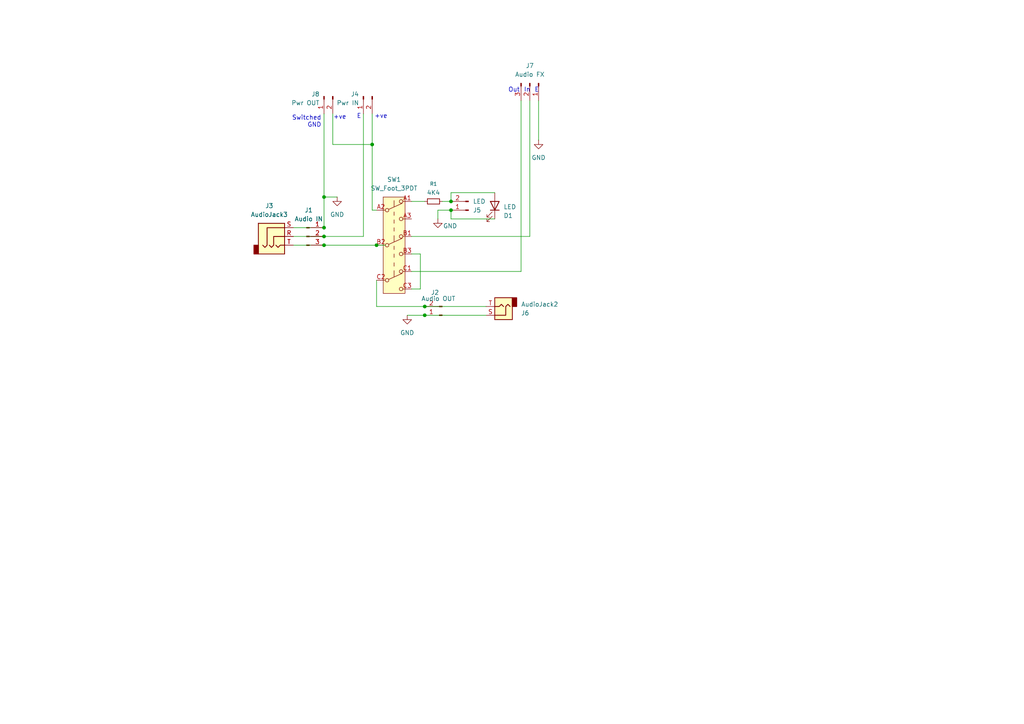
<source format=kicad_sch>
(kicad_sch (version 20250114) (generator "eeschema") (generator_version "9.0")
  (paper "A4")
  (lib_symbols
    (symbol "Connector:Conn_01x02_Pin" (pin_names (offset 1.016) (hide yes))
      (property "Reference" "J" (at 0 2.54 0))
      (property "Value" "Conn_01x02_Pin" (at 0 -5.08 0))
      (symbol "Conn_01x02_Pin_1_1"
        (rectangle (start 0.8636 0.127) (end 0 -0.127) (stroke (width 0.1524)) (fill (type outline)))
        (rectangle (start 0.8636 -2.413) (end 0 -2.667) (stroke (width 0.1524)) (fill (type outline)))
        (polyline (pts (xy 1.27 0) (xy 0.8636 0)) (stroke (width 0.1524)))
        (polyline (pts (xy 1.27 -2.54) (xy 0.8636 -2.54)) (stroke (width 0.1524)))
        (pin passive line (at 5.08 0 180) (length 3.81) (name "Pin_1") (number "1"))
        (pin passive line (at 5.08 -2.54 180) (length 3.81) (name "Pin_2") (number "2"))
      )
    )
    (symbol "Connector:Conn_01x03_Pin" (pin_names (offset 1.016) (hide yes))
      (property "Reference" "J" (at 0 5.08 0))
      (property "Value" "Conn_01x03_Pin" (at 0 -5.08 0))
      (symbol "Conn_01x03_Pin_1_1"
        (rectangle (start 0.8636 2.667) (end 0 2.413) (stroke (width 0.1524)) (fill (type outline)))
        (rectangle (start 0.8636 0.127) (end 0 -0.127) (stroke (width 0.1524)) (fill (type outline)))
        (rectangle (start 0.8636 -2.413) (end 0 -2.667) (stroke (width 0.1524)) (fill (type outline)))
        (polyline (pts (xy 1.27 2.54) (xy 0.8636 2.54)) (stroke (width 0.1524)))
        (polyline (pts (xy 1.27 0) (xy 0.8636 0)) (stroke (width 0.1524)))
        (polyline (pts (xy 1.27 -2.54) (xy 0.8636 -2.54)) (stroke (width 0.1524)))
        (pin passive line (at 5.08 2.54 180) (length 3.81) (name "Pin_1") (number "1"))
        (pin passive line (at 5.08 0 180) (length 3.81) (name "Pin_2") (number "2"))
        (pin passive line (at 5.08 -2.54 180) (length 3.81) (name "Pin_3") (number "3"))
      )
    )
    (symbol "Connector_Audio:AudioJack2"
      (property "Reference" "J" (at 0 8.89 0))
      (property "Value" "AudioJack2" (at 0 6.35 0))
      (symbol "AudioJack2_0_1"
        (rectangle (start -3.81 0) (end -2.54 -2.54) (stroke (width 0.254)) (fill (type outline)))
        (rectangle (start -2.54 3.81) (end 2.54 -2.54) (stroke (width 0.254)) (fill (type background)))
        (polyline (pts (xy 0 0) (xy 0.635 -0.635) (xy 1.27 0) (xy 2.54 0)) (stroke (width 0.254)))
        (polyline (pts (xy 2.54 2.54) (xy -0.635 2.54) (xy -0.635 0) (xy -1.27 -0.635) (xy -1.905 0)) (stroke (width 0.254)))
      )
      (symbol "AudioJack2_1_1"
        (pin passive line (at 5.08 2.54 180) (length 2.54) (name "~") (number "S"))
        (pin passive line (at 5.08 0 180) (length 2.54) (name "~") (number "T"))
      )
    )
    (symbol "Connector_Audio:AudioJack3"
      (property "Reference" "J" (at 0 8.89 0))
      (property "Value" "AudioJack3" (at 0 6.35 0))
      (symbol "AudioJack3_0_1"
        (rectangle (start -5.08 -5.08) (end -6.35 -2.54) (stroke (width 0.254)) (fill (type outline)))
        (polyline (pts (xy -1.905 -2.54) (xy -1.27 -3.175) (xy -0.635 -2.54) (xy -0.635 0) (xy 2.54 0)) (stroke (width 0.254)))
        (polyline (pts (xy 0 -2.54) (xy 0.635 -3.175) (xy 1.27 -2.54) (xy 2.54 -2.54)) (stroke (width 0.254)))
        (rectangle (start 2.54 3.81) (end -5.08 -5.08) (stroke (width 0.254)) (fill (type background)))
        (polyline (pts (xy 2.54 2.54) (xy -2.54 2.54) (xy -2.54 -2.54) (xy -3.175 -3.175) (xy -3.81 -2.54)) (stroke (width 0.254)))
      )
      (symbol "AudioJack3_1_1"
        (pin passive line (at 5.08 2.54 180) (length 2.54) (name "~") (number "S"))
        (pin passive line (at 5.08 0 180) (length 2.54) (name "~") (number "R"))
        (pin passive line (at 5.08 -2.54 180) (length 2.54) (name "~") (number "T"))
      )
    )
    (symbol "Device:LED" (pin_numbers (hide yes)) (pin_names (offset 1.016) (hide yes))
      (property "Reference" "D" (at 0 2.54 0))
      (property "Value" "LED" (at 0 -2.54 0))
      (symbol "LED_0_1"
        (polyline (pts (xy -3.048 -0.762) (xy -4.572 -2.286) (xy -3.81 -2.286) (xy -4.572 -2.286) (xy -4.572 -1.524)))
        (polyline (pts (xy -1.778 -0.762) (xy -3.302 -2.286) (xy -2.54 -2.286) (xy -3.302 -2.286) (xy -3.302 -1.524)))
        (polyline (pts (xy -1.27 0) (xy 1.27 0)))
        (polyline (pts (xy -1.27 -1.27) (xy -1.27 1.27)) (stroke (width 0.254)))
        (polyline (pts (xy 1.27 -1.27) (xy 1.27 1.27) (xy -1.27 0) (xy 1.27 -1.27)) (stroke (width 0.254)))
      )
      (symbol "LED_1_1"
        (pin passive line (at -3.81 0 0) (length 2.54) (name "K") (number "1"))
        (pin passive line (at 3.81 0 180) (length 2.54) (name "A") (number "2"))
      )
    )
    (symbol "Device:R_Small" (pin_numbers (hide yes)) (pin_names (offset 0.254) (hide yes))
      (property "Reference" "R" (at 0 0 90))
      (property "Value" "R_Small" (at 1.778 0 90))
      (symbol "R_Small_0_1"
        (rectangle (start -0.762 1.778) (end 0.762 -1.778) (stroke (width 0.2032)))
      )
      (symbol "R_Small_1_1"
        (pin passive line (at 0 2.54 270) (length 0.762) (name "~") (number "1"))
        (pin passive line (at 0 -2.54 90) (length 0.762) (name "~") (number "2"))
      )
    )
    (symbol "FS:SW_Foot_3PDT" (pin_names (offset 0) (hide yes))
      (property "Reference" "SW" (at 0 10.16 0))
      (property "Value" "SW_Foot_3PDT" (at -0.254 -20.828 0))
      (symbol "SW_Foot_3PDT_0_0"
        (circle (center -2.032 5.08) (radius 0.508))
        (circle (center -2.032 -5.08) (radius 0.508))
        (circle (center -2.032 -15.24) (radius 0.508))
        (circle (center 2.032 2.54) (radius 0.508))
        (circle (center 2.032 -7.62) (radius 0.508))
        (circle (center 2.032 -17.78) (radius 0.508))
      )
      (symbol "SW_Foot_3PDT_0_1"
        (polyline (pts (xy -1.524 5.334) (xy 2.3368 7.0612)))
        (polyline (pts (xy -1.524 -4.826) (xy 2.3368 -3.0988)))
        (polyline (pts (xy -1.524 -14.986) (xy 2.3368 -13.2588)))
        (polyline (pts (xy 0 7.874) (xy 0 6.096)))
        (polyline (pts (xy 0 3.556) (xy 0 4.572)))
        (polyline (pts (xy 0 1.27) (xy 0 2.286)))
        (polyline (pts (xy 0 -1.016) (xy 0 0)))
        (polyline (pts (xy 0 -2.286) (xy 0 -4.064)))
        (polyline (pts (xy 0 -6.35) (xy 0 -5.334)))
        (polyline (pts (xy 0 -8.636) (xy 0 -7.62)))
        (polyline (pts (xy 0 -11.176) (xy 0 -10.16)))
        (polyline (pts (xy 0 -12.446) (xy 0 -14.224)))
        (circle (center 2.032 7.62) (radius 0.508))
        (circle (center 2.032 -2.54) (radius 0.508))
        (circle (center 2.032 -12.7) (radius 0.508))
      )
      (symbol "SW_Foot_3PDT_1_1"
        (rectangle (start -3.175 8.89) (end 3.175 -19.05) (fill (type background)))
        (pin passive line (at -5.08 5.08 0) (length 2.54) (name "B") (number "A2"))
        (pin passive line (at -5.08 -5.08 0) (length 2.54) (name "B") (number "B2"))
        (pin passive line (at -5.08 -15.24 0) (length 2.54) (name "B") (number "C2"))
        (pin passive line (at 5.08 7.62 180) (length 2.54) (name "A") (number "A1"))
        (pin passive line (at 5.08 2.54 180) (length 2.54) (name "C") (number "A3"))
        (pin passive line (at 5.08 -2.54 180) (length 2.54) (name "A") (number "B1"))
        (pin passive line (at 5.08 -7.62 180) (length 2.54) (name "C") (number "B3"))
        (pin passive line (at 5.08 -12.7 180) (length 2.54) (name "A") (number "C1"))
        (pin passive line (at 5.08 -17.78 180) (length 2.54) (name "C") (number "C3"))
      )
    )
    (symbol "power:GND" (power) (pin_numbers (hide yes)) (pin_names (offset 0) (hide yes))
      (property "Value" "GND" (at 0 -3.81 0))
      (symbol "GND_0_1"
        (polyline (pts (xy 0 0) (xy 0 -1.27) (xy 1.27 -1.27) (xy 0 -2.54) (xy -1.27 -1.27) (xy 0 -1.27)))
      )
      (symbol "GND_1_1"
        (pin power_in line (at 0 0 270) (length 0) (name "~") (number "1"))
      )
    )
  )
  (text "+ve" (at 98.552 34.036 0) (effects (font (size 1.27 1.27))))
  (text "E" (at 155.702 26.162 0) (effects (font (size 1.27 1.27))))
  (text "Switched\nGND" (at 93.218 35.306 0) (effects (font (size 1.27 1.27)) (justify right)))
  (text "E" (at 104.14 33.782 0) (effects (font (size 1.27 1.27))))
  (text "+ve" (at 110.49 33.782 0) (effects (font (size 1.27 1.27))))
  (text "Out" (at 149.098 26.162 0) (effects (font (size 1.27 1.27))))
  (text "In" (at 152.908 26.162 0) (effects (font (size 1.27 1.27))))
  (junction (at 123.19 88.9))
  (junction (at 109.22 71.12))
  (junction (at 123.19 91.44))
  (junction (at 130.81 60.96))
  (junction (at 107.95 41.91))
  (junction (at 93.98 71.12))
  (junction (at 130.81 58.42))
  (junction (at 93.98 66.04))
  (junction (at 93.98 68.58))
  (junction (at 93.98 57.15))
  (wire (pts (xy 121.92 83.82) (xy 119.38 83.82)))
  (wire (pts (xy 123.19 91.44) (xy 140.97 91.44)))
  (wire (pts (xy 151.13 29.21) (xy 151.13 78.74)))
  (wire (pts (xy 130.81 60.96) (xy 127 60.96)))
  (wire (pts (xy 107.95 33.02) (xy 107.95 41.91)))
  (wire (pts (xy 128.27 58.42) (xy 130.81 58.42)))
  (wire (pts (xy 156.21 29.21) (xy 156.21 40.64)))
  (wire (pts (xy 130.81 55.88) (xy 143.51 55.88)))
  (wire (pts (xy 105.41 68.58) (xy 93.98 68.58)))
  (wire (pts (xy 107.95 60.96) (xy 109.22 60.96)))
  (wire (pts (xy 111.76 71.12) (xy 109.22 71.12)))
  (wire (pts (xy 130.81 60.96) (xy 130.81 63.5)))
  (wire (pts (xy 85.09 66.04) (xy 93.98 66.04)))
  (wire (pts (xy 118.11 91.44) (xy 123.19 91.44)))
  (wire (pts (xy 96.52 41.91) (xy 107.95 41.91)))
  (wire (pts (xy 123.19 88.9) (xy 140.97 88.9)))
  (wire (pts (xy 121.92 73.66) (xy 121.92 83.82)))
  (wire (pts (xy 119.38 68.58) (xy 153.67 68.58)))
  (wire (pts (xy 93.98 71.12) (xy 109.22 71.12)))
  (wire (pts (xy 96.52 33.02) (xy 96.52 41.91)))
  (wire (pts (xy 127 60.96) (xy 127 63.5)))
  (wire (pts (xy 85.09 71.12) (xy 93.98 71.12)))
  (wire (pts (xy 119.38 58.42) (xy 123.19 58.42)))
  (wire (pts (xy 130.81 63.5) (xy 143.51 63.5)))
  (wire (pts (xy 119.38 73.66) (xy 121.92 73.66)))
  (wire (pts (xy 105.41 33.02) (xy 105.41 68.58)))
  (wire (pts (xy 107.95 41.91) (xy 107.95 60.96)))
  (wire (pts (xy 93.98 33.02) (xy 93.98 57.15)))
  (wire (pts (xy 93.98 57.15) (xy 93.98 66.04)))
  (wire (pts (xy 130.81 58.42) (xy 130.81 55.88)))
  (wire (pts (xy 109.22 88.9) (xy 123.19 88.9)))
  (wire (pts (xy 93.98 57.15) (xy 97.79 57.15)))
  (wire (pts (xy 109.22 88.9) (xy 109.22 81.28)))
  (wire (pts (xy 85.09 68.58) (xy 93.98 68.58)))
  (wire (pts (xy 153.67 29.21) (xy 153.67 68.58)))
  (wire (pts (xy 119.38 78.74) (xy 151.13 78.74)))
  (symbol (lib_id "Connector:Conn_01x02_Pin") (at 93.98 27.94 90) (mirror x) (unit 1)
    (property "Reference" "J8" (at 92.71 27.3049 90) (effects (justify left)))
    (property "Value" "Pwr OUT" (at 92.71 29.8449 90) (effects (justify left)))
    (property "Footprint" "Connector_Molex:Molex_KK-254_AE-6410-02A_1x02_P2.54mm_Vertical" (effects (hide yes)))
    (property "Description" "Generic connector, single row, 01x02, script generated" (effects (hide yes)))
  )
  (symbol (lib_id "Connector:Conn_01x02_Pin") (at 128.27 91.44 180) (unit 1)
    (property "Reference" "J2" (at 124.968 84.836 0) (effects (justify right)))
    (property "Value" "Audio OUT" (at 122.174 86.614 0) (effects (justify right)))
    (property "Footprint" "Connector_Molex:Molex_KK-254_AE-6410-02A_1x02_P2.54mm_Vertical" (effects (hide yes)))
    (property "Description" "Generic connector, single row, 01x02, script generated" (effects (hide yes)))
  )
  (symbol (lib_id "Connector:Conn_01x03_Pin") (at 153.67 24.13 270) (unit 1)
    (property "Reference" "J7" (at 153.67 19.05 90))
    (property "Value" "Audio FX" (at 153.67 21.59 90))
    (property "Footprint" "Connector_Molex:Molex_KK-254_AE-6410-03A_1x03_P2.54mm_Vertical" (effects (hide yes)))
    (property "Description" "Generic connector, single row, 01x03, script generated" (effects (hide yes)))
  )
  (symbol (lib_id "Connector_Audio:AudioJack2") (at 146.05 88.9 180) (unit 1) (on_board no)
    (property "Reference" "J6" (at 151.13 90.8051 0) (effects (justify right)))
    (property "Value" "AudioJack2" (at 151.13 88.2651 0) (effects (justify right)))
    (property "Description" "Audio Jack, 2 Poles (Mono / TS)" (effects (hide yes)))
  )
  (symbol (lib_id "Connector:Conn_01x03_Pin") (at 88.9 68.58 0) (unit 1)
    (property "Reference" "J1" (at 89.535 60.96 0))
    (property "Value" "Audio IN" (at 89.535 63.5 0))
    (property "Footprint" "Connector_Molex:Molex_KK-254_AE-6410-03A_1x03_P2.54mm_Vertical" (effects (hide yes)))
    (property "Description" "Generic connector, single row, 01x03, script generated" (effects (hide yes)))
  )
  (symbol (lib_id "Device:LED") (at 143.51 59.69 270) (mirror x) (unit 1) (on_board no)
    (property "Reference" "D1" (at 146.05 62.5476 90) (effects (justify left)))
    (property "Value" "LED" (at 146.05 60.0076 90) (effects (justify left)))
    (property "Description" "Light emitting diode" (effects (hide yes)))
    (property "Sim.Pins" "1=K 2=A" (effects (hide yes)))
  )
  (symbol (lib_id "Connector_Audio:AudioJack3") (at 80.01 68.58 0) (unit 1) (on_board no)
    (property "Reference" "J3" (at 78.105 59.69 0))
    (property "Value" "AudioJack3" (at 78.105 62.23 0))
    (property "Description" "Audio Jack, 3 Poles (Stereo / TRS)" (effects (hide yes)))
  )
  (symbol (lib_id "FS:SW_Foot_3PDT") (at 114.3 66.04 0) (unit 1)
    (property "Reference" "SW1" (at 114.3 52.07 0))
    (property "Value" "SW_Foot_3PDT" (at 114.3 54.61 0))
    (property "Footprint" "Griffin:3PDT_FS" (effects (hide yes)))
    (property "Description" "Latching Switch, triple pole double throw" (effects (hide yes)))
  )
  (symbol (lib_id "power:GND") (at 97.79 57.15 0) (unit 1)
    (property "Reference" "#PWR01" (effects (hide yes)))
    (property "Value" "GND" (at 97.79 62.23 0))
    (property "Description" "Power symbol creates a global label with name \"GND\" , ground" (effects (hide yes)))
  )
  (symbol (lib_id "power:GND") (at 118.11 91.44 0) (unit 1)
    (property "Reference" "#PWR02" (effects (hide yes)))
    (property "Value" "GND" (at 118.11 96.52 0))
    (property "Description" "Power symbol creates a global label with name \"GND\" , ground" (effects (hide yes)))
  )
  (symbol (lib_id "Connector:Conn_01x02_Pin") (at 105.41 27.94 90) (mirror x) (unit 1)
    (property "Reference" "J4" (at 104.14 27.3049 90) (effects (justify left)))
    (property "Value" "Pwr IN" (at 104.14 29.8449 90) (effects (justify left)))
    (property "Footprint" "Connector_Molex:Molex_KK-254_AE-6410-02A_1x02_P2.54mm_Vertical" (effects (hide yes)))
    (property "Description" "Generic connector, single row, 01x02, script generated" (effects (hide yes)))
  )
  (symbol (lib_id "Device:R_Small") (at 125.73 58.42 90) (unit 1)
    (property "Reference" "R1" (at 125.73 53.34 90) (effects (font (size 1.016 1.016))))
    (property "Value" "4K4" (at 125.73 55.88 90))
    (property "Footprint" "Resistor_THT:R_Axial_DIN0207_L6.3mm_D2.5mm_P10.16mm_Horizontal" (effects (hide yes)))
    (property "Description" "Resistor, small symbol" (effects (hide yes)))
  )
  (symbol (lib_id "power:GND") (at 127 63.5 0) (unit 1)
    (property "Reference" "#PWR03" (effects (hide yes)))
    (property "Value" "GND" (at 130.556 65.532 0))
    (property "Description" "Power symbol creates a global label with name \"GND\" , ground" (effects (hide yes)))
  )
  (symbol (lib_id "power:GND") (at 156.21 40.64 0) (unit 1)
    (property "Reference" "#PWR04" (effects (hide yes)))
    (property "Value" "GND" (at 156.21 45.72 0))
    (property "Description" "Power symbol creates a global label with name \"GND\" , ground" (effects (hide yes)))
  )
  (symbol (lib_id "Connector:Conn_01x02_Pin") (at 135.89 60.96 180) (unit 1)
    (property "Reference" "J5" (at 137.16 60.9601 0) (effects (justify right)))
    (property "Value" "LED" (at 137.16 58.4201 0) (effects (justify right)))
    (property "Footprint" "Connector_Molex:Molex_KK-254_AE-6410-02A_1x02_P2.54mm_Vertical" (effects (hide yes)))
    (property "Description" "Generic connector, single row, 01x02, script generated" (effects (hide yes)))
  )
)
</source>
